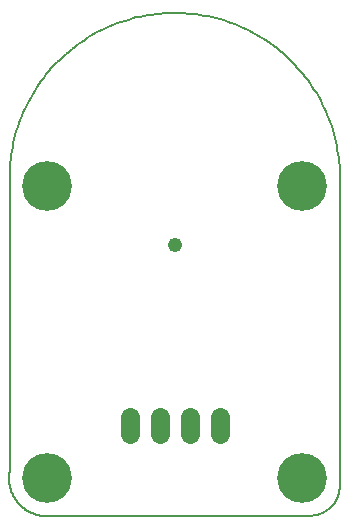
<source format=gbs>
G75*
%MOIN*%
%OFA0B0*%
%FSLAX25Y25*%
%IPPOS*%
%LPD*%
%AMOC8*
5,1,8,0,0,1.08239X$1,22.5*
%
%ADD10C,0.00500*%
%ADD11C,0.06343*%
%ADD12C,0.16611*%
%ADD13C,0.04800*%
D10*
X0011800Y0001800D02*
X0101800Y0001800D01*
X0102042Y0001803D01*
X0102283Y0001812D01*
X0102524Y0001826D01*
X0102765Y0001847D01*
X0103005Y0001873D01*
X0103245Y0001905D01*
X0103484Y0001943D01*
X0103721Y0001986D01*
X0103958Y0002036D01*
X0104193Y0002091D01*
X0104427Y0002151D01*
X0104659Y0002218D01*
X0104890Y0002289D01*
X0105119Y0002367D01*
X0105346Y0002450D01*
X0105571Y0002538D01*
X0105794Y0002632D01*
X0106014Y0002731D01*
X0106232Y0002836D01*
X0106447Y0002945D01*
X0106660Y0003060D01*
X0106870Y0003180D01*
X0107076Y0003305D01*
X0107280Y0003435D01*
X0107481Y0003570D01*
X0107678Y0003710D01*
X0107872Y0003854D01*
X0108062Y0004003D01*
X0108248Y0004157D01*
X0108431Y0004315D01*
X0108610Y0004477D01*
X0108785Y0004644D01*
X0108956Y0004815D01*
X0109123Y0004990D01*
X0109285Y0005169D01*
X0109443Y0005352D01*
X0109597Y0005538D01*
X0109746Y0005728D01*
X0109890Y0005922D01*
X0110030Y0006119D01*
X0110165Y0006320D01*
X0110295Y0006524D01*
X0110420Y0006730D01*
X0110540Y0006940D01*
X0110655Y0007153D01*
X0110764Y0007368D01*
X0110869Y0007586D01*
X0110968Y0007806D01*
X0111062Y0008029D01*
X0111150Y0008254D01*
X0111233Y0008481D01*
X0111311Y0008710D01*
X0111382Y0008941D01*
X0111449Y0009173D01*
X0111509Y0009407D01*
X0111564Y0009642D01*
X0111614Y0009879D01*
X0111657Y0010116D01*
X0111695Y0010355D01*
X0111727Y0010595D01*
X0111753Y0010835D01*
X0111774Y0011076D01*
X0111788Y0011317D01*
X0111797Y0011558D01*
X0111800Y0011800D01*
X0111800Y0111800D01*
X0111845Y0113140D01*
X0111857Y0114481D01*
X0111836Y0115821D01*
X0111783Y0117161D01*
X0111697Y0118499D01*
X0111578Y0119835D01*
X0111427Y0121167D01*
X0111244Y0122495D01*
X0111028Y0123819D01*
X0110780Y0125136D01*
X0110500Y0126447D01*
X0110188Y0127752D01*
X0109845Y0129048D01*
X0109470Y0130335D01*
X0109064Y0131613D01*
X0108627Y0132880D01*
X0108159Y0134137D01*
X0107661Y0135382D01*
X0107133Y0136614D01*
X0106574Y0137833D01*
X0105986Y0139038D01*
X0105369Y0140228D01*
X0104724Y0141403D01*
X0104049Y0142562D01*
X0103347Y0143705D01*
X0102617Y0144829D01*
X0101860Y0145936D01*
X0101077Y0147024D01*
X0100267Y0148092D01*
X0099431Y0149141D01*
X0098570Y0150169D01*
X0097684Y0151175D01*
X0096774Y0152160D01*
X0095840Y0153122D01*
X0094883Y0154061D01*
X0093904Y0154977D01*
X0092902Y0155868D01*
X0091879Y0156735D01*
X0090836Y0157576D01*
X0089772Y0158392D01*
X0088688Y0159182D01*
X0087586Y0159945D01*
X0086465Y0160682D01*
X0085327Y0161390D01*
X0084172Y0162071D01*
X0083000Y0162723D01*
X0081813Y0163347D01*
X0080612Y0163941D01*
X0079396Y0164507D01*
X0078167Y0165042D01*
X0076925Y0165547D01*
X0075671Y0166022D01*
X0074406Y0166466D01*
X0073130Y0166879D01*
X0071845Y0167262D01*
X0070551Y0167612D01*
X0069248Y0167931D01*
X0067939Y0168218D01*
X0066623Y0168474D01*
X0065300Y0168697D01*
X0063973Y0168888D01*
X0062642Y0169046D01*
X0061307Y0169172D01*
X0059970Y0169266D01*
X0058630Y0169327D01*
X0057290Y0169355D01*
X0055949Y0169350D01*
X0054609Y0169313D01*
X0053270Y0169244D01*
X0051933Y0169141D01*
X0050599Y0169007D01*
X0049268Y0168839D01*
X0047943Y0168640D01*
X0046622Y0168408D01*
X0045307Y0168144D01*
X0044000Y0167848D01*
X0042699Y0167521D01*
X0041408Y0167162D01*
X0040125Y0166771D01*
X0038852Y0166349D01*
X0037590Y0165897D01*
X0036339Y0165414D01*
X0035101Y0164901D01*
X0033875Y0164357D01*
X0032663Y0163784D01*
X0031465Y0163182D01*
X0030282Y0162550D01*
X0029115Y0161890D01*
X0027964Y0161202D01*
X0026831Y0160486D01*
X0025715Y0159742D01*
X0024618Y0158972D01*
X0023539Y0158175D01*
X0022481Y0157352D01*
X0021443Y0156504D01*
X0020426Y0155630D01*
X0019430Y0154732D01*
X0018456Y0153810D01*
X0017506Y0152865D01*
X0016578Y0151896D01*
X0015675Y0150906D01*
X0014795Y0149893D01*
X0013941Y0148860D01*
X0013112Y0147806D01*
X0012309Y0146732D01*
X0011533Y0145639D01*
X0010783Y0144528D01*
X0010061Y0143398D01*
X0009366Y0142251D01*
X0008699Y0141088D01*
X0008061Y0139909D01*
X0007452Y0138714D01*
X0006872Y0137505D01*
X0006322Y0136283D01*
X0005802Y0135047D01*
X0005312Y0133799D01*
X0004852Y0132540D01*
X0004423Y0131269D01*
X0004026Y0129989D01*
X0003659Y0128699D01*
X0003324Y0127401D01*
X0003021Y0126095D01*
X0002750Y0124781D01*
X0002511Y0123462D01*
X0002304Y0122137D01*
X0002129Y0120808D01*
X0001987Y0119475D01*
X0001877Y0118139D01*
X0001800Y0116800D01*
X0001800Y0016800D01*
X0001743Y0016497D01*
X0001693Y0016193D01*
X0001651Y0015888D01*
X0001617Y0015582D01*
X0001589Y0015275D01*
X0001569Y0014968D01*
X0001557Y0014660D01*
X0001552Y0014352D01*
X0001555Y0014044D01*
X0001564Y0013736D01*
X0001582Y0013428D01*
X0001607Y0013121D01*
X0001639Y0012815D01*
X0001678Y0012509D01*
X0001725Y0012205D01*
X0001780Y0011902D01*
X0001841Y0011600D01*
X0001910Y0011300D01*
X0001986Y0011001D01*
X0002070Y0010704D01*
X0002160Y0010410D01*
X0002258Y0010118D01*
X0002362Y0009828D01*
X0002474Y0009541D01*
X0002592Y0009256D01*
X0002717Y0008975D01*
X0002849Y0008697D01*
X0002988Y0008422D01*
X0003134Y0008150D01*
X0003285Y0007882D01*
X0003444Y0007618D01*
X0003608Y0007357D01*
X0003779Y0007101D01*
X0003956Y0006849D01*
X0004139Y0006601D01*
X0004328Y0006358D01*
X0004523Y0006119D01*
X0004724Y0005885D01*
X0004930Y0005656D01*
X0005141Y0005433D01*
X0005358Y0005214D01*
X0005581Y0005000D01*
X0005808Y0004792D01*
X0006040Y0004590D01*
X0006277Y0004393D01*
X0006519Y0004202D01*
X0006765Y0004017D01*
X0007016Y0003838D01*
X0007271Y0003665D01*
X0007530Y0003498D01*
X0007793Y0003338D01*
X0008059Y0003184D01*
X0008330Y0003036D01*
X0008604Y0002895D01*
X0008881Y0002761D01*
X0009161Y0002634D01*
X0009445Y0002513D01*
X0009731Y0002399D01*
X0010020Y0002292D01*
X0010311Y0002192D01*
X0010605Y0002099D01*
X0010901Y0002013D01*
X0011199Y0001935D01*
X0011499Y0001864D01*
X0011800Y0001800D01*
D11*
X0041800Y0029028D02*
X0041800Y0034572D01*
X0051800Y0034572D02*
X0051800Y0029028D01*
X0061800Y0029028D02*
X0061800Y0034572D01*
X0071800Y0034572D02*
X0071800Y0029028D01*
D12*
X0099300Y0014300D03*
X0099300Y0111800D03*
X0014300Y0111800D03*
X0014300Y0014300D03*
D13*
X0056800Y0092000D03*
M02*

</source>
